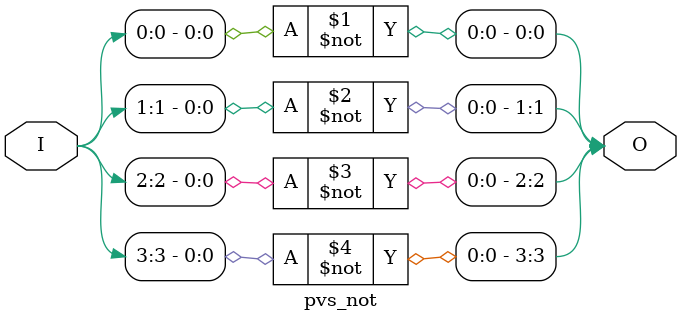
<source format=v>
module pvs_not (I,O); // 4 bit not gate
  input[3:0] I;
  output[3:0] O;
  not M1 (O[0],I[0]);
  not M2 (O[1],I[1]);
  not M3 (O[2],I[2]);
  not M4 (O[3],I[3]);
endmodule
</source>
